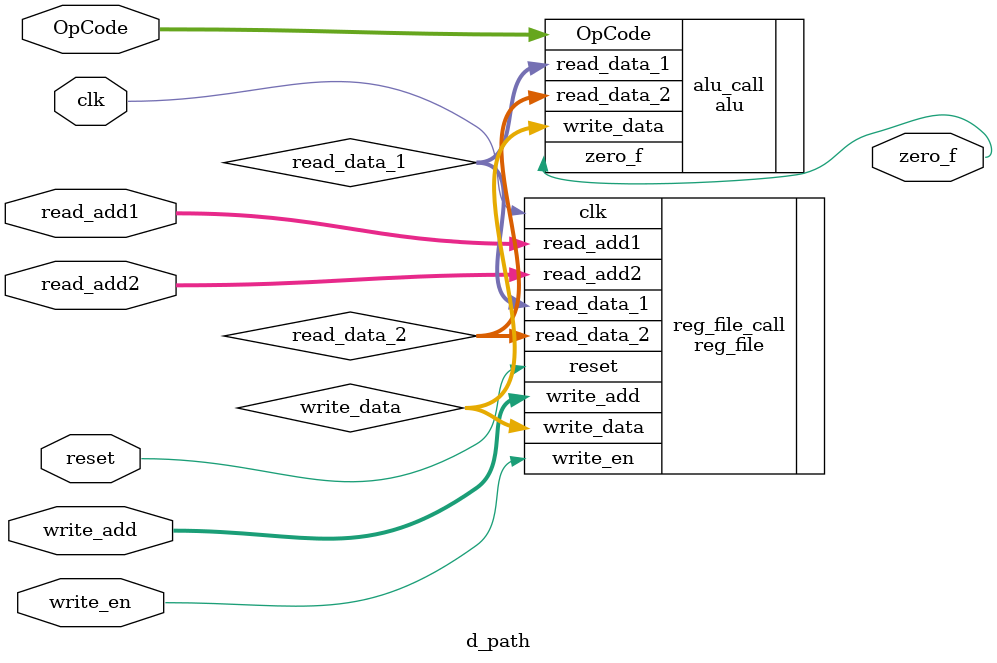
<source format=sv>

`include "./../ALU/alu.sv"
`include "./../register_file/reg_file.sv"



module d_path #(
    N = 32
)(
    input logic [4:0] read_add1,
    input logic [4:0] read_add2, 
    input logic [4:0] write_add,
    input logic [3:0] OpCode,
    input logic write_en,
    input logic clk,
    input logic reset,
    output logic zero_f 

);


logic [(N-1):0] read_data_1;
logic [(N-1):0] read_data_2;
logic [(N-1):0] write_data;


reg_file reg_file_call (.clk(clk), .read_add1(read_add1), .read_add2(read_add2), .write_en(write_en), .write_add(write_add), 
                            .write_data(write_data), .reset(reset), .read_data_1(read_data_1), .read_data_2(read_data_2));


alu alu_call (.read_data_1(read_data_1), .read_data_2(read_data_2), .OpCode(OpCode), .write_data(write_data), .zero_f(zero_f));


    
endmodule
</source>
